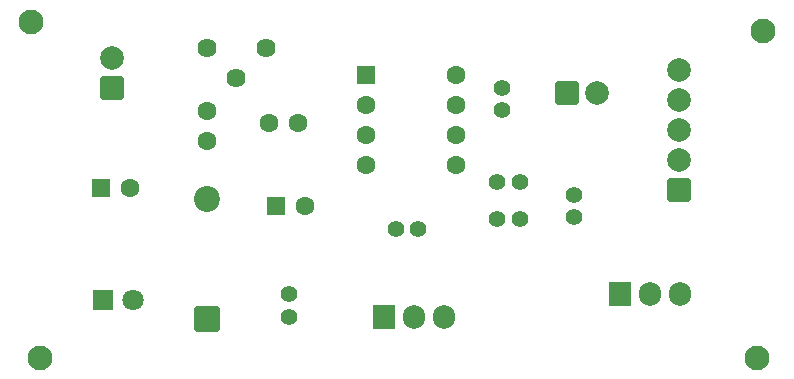
<source format=gbr>
%TF.GenerationSoftware,KiCad,Pcbnew,9.0.6*%
%TF.CreationDate,2025-12-16T12:20:02+05:30*%
%TF.ProjectId,MINI INVERTER,4d494e49-2049-44e5-9645-525445522e6b,rev?*%
%TF.SameCoordinates,Original*%
%TF.FileFunction,Soldermask,Bot*%
%TF.FilePolarity,Negative*%
%FSLAX46Y46*%
G04 Gerber Fmt 4.6, Leading zero omitted, Abs format (unit mm)*
G04 Created by KiCad (PCBNEW 9.0.6) date 2025-12-16 12:20:02*
%MOMM*%
%LPD*%
G01*
G04 APERTURE LIST*
G04 Aperture macros list*
%AMRoundRect*
0 Rectangle with rounded corners*
0 $1 Rounding radius*
0 $2 $3 $4 $5 $6 $7 $8 $9 X,Y pos of 4 corners*
0 Add a 4 corners polygon primitive as box body*
4,1,4,$2,$3,$4,$5,$6,$7,$8,$9,$2,$3,0*
0 Add four circle primitives for the rounded corners*
1,1,$1+$1,$2,$3*
1,1,$1+$1,$4,$5*
1,1,$1+$1,$6,$7*
1,1,$1+$1,$8,$9*
0 Add four rect primitives between the rounded corners*
20,1,$1+$1,$2,$3,$4,$5,0*
20,1,$1+$1,$4,$5,$6,$7,0*
20,1,$1+$1,$6,$7,$8,$9,0*
20,1,$1+$1,$8,$9,$2,$3,0*%
G04 Aperture macros list end*
%ADD10C,2.100000*%
%ADD11RoundRect,0.250000X-0.550000X-0.550000X0.550000X-0.550000X0.550000X0.550000X-0.550000X0.550000X0*%
%ADD12C,1.600000*%
%ADD13C,1.400000*%
%ADD14RoundRect,0.249999X0.850001X-0.850001X0.850001X0.850001X-0.850001X0.850001X-0.850001X-0.850001X0*%
%ADD15C,2.200000*%
%ADD16R,1.905000X2.000000*%
%ADD17O,1.905000X2.000000*%
%ADD18RoundRect,0.250000X-0.750000X-0.750000X0.750000X-0.750000X0.750000X0.750000X-0.750000X0.750000X0*%
%ADD19C,2.000000*%
%ADD20C,1.620000*%
%ADD21RoundRect,0.250000X0.750000X-0.750000X0.750000X0.750000X-0.750000X0.750000X-0.750000X-0.750000X0*%
%ADD22R,1.800000X1.800000*%
%ADD23C,1.800000*%
G04 APERTURE END LIST*
D10*
%TO.C,REF\u002A\u002A*%
X93726000Y-97790000D03*
%TD*%
D11*
%TO.C,C3*%
X113639621Y-84930000D03*
D12*
X116139621Y-84930000D03*
%TD*%
%TO.C,C1*%
X107822000Y-79430000D03*
X107822000Y-76930000D03*
%TD*%
D13*
%TO.C,R5*%
X132822000Y-76835000D03*
X132822000Y-74935000D03*
%TD*%
D10*
%TO.C,REF\u002A\u002A*%
X92964000Y-69342000D03*
%TD*%
D13*
%TO.C,R6*%
X138922000Y-85930000D03*
X138922000Y-84030000D03*
%TD*%
%TO.C,R1*%
X114822000Y-94330000D03*
X114822000Y-92430000D03*
%TD*%
D14*
%TO.C,D1*%
X107822000Y-94510000D03*
D15*
X107822000Y-84350000D03*
%TD*%
D16*
%TO.C,Q2*%
X142782000Y-92380000D03*
D17*
X145322000Y-92380000D03*
X147862000Y-92380000D03*
%TD*%
D11*
%TO.C,C2*%
X98822000Y-83430000D03*
D12*
X101322000Y-83430000D03*
%TD*%
D18*
%TO.C,D2*%
X138322000Y-75430000D03*
D19*
X140862000Y-75430000D03*
%TD*%
D12*
%TO.C,C4*%
X113072000Y-77930000D03*
X115572000Y-77930000D03*
%TD*%
D13*
%TO.C,R3*%
X132422000Y-82930000D03*
X134322000Y-82930000D03*
%TD*%
D20*
%TO.C,RV1*%
X112822000Y-71580000D03*
X110322000Y-74080000D03*
X107822000Y-71580000D03*
%TD*%
D10*
%TO.C,REF\u002A\u002A*%
X154940000Y-70104000D03*
%TD*%
D11*
%TO.C,U1*%
X121322000Y-73890000D03*
D12*
X121322000Y-76430000D03*
X121322000Y-78970000D03*
X121322000Y-81510000D03*
X128942000Y-81510000D03*
X128942000Y-78970000D03*
X128942000Y-76430000D03*
X128942000Y-73890000D03*
%TD*%
D13*
%TO.C,R4*%
X132422000Y-86080000D03*
X134322000Y-86080000D03*
%TD*%
D21*
%TO.C,BT1*%
X99822000Y-74930000D03*
D19*
X99822000Y-72390000D03*
%TD*%
D13*
%TO.C,R2*%
X123822000Y-86930000D03*
X125722000Y-86930000D03*
%TD*%
D10*
%TO.C,REF\u002A\u002A*%
X154432000Y-97790000D03*
%TD*%
D21*
%TO.C,T1*%
X147822000Y-83590000D03*
D19*
X147822000Y-81050000D03*
X147822000Y-78510000D03*
X147822000Y-75970000D03*
X147822000Y-73430000D03*
%TD*%
D22*
%TO.C,D3*%
X99047000Y-92930000D03*
D23*
X101587000Y-92930000D03*
%TD*%
D16*
%TO.C,Q1*%
X122782000Y-94380000D03*
D17*
X125322000Y-94380000D03*
X127862000Y-94380000D03*
%TD*%
M02*

</source>
